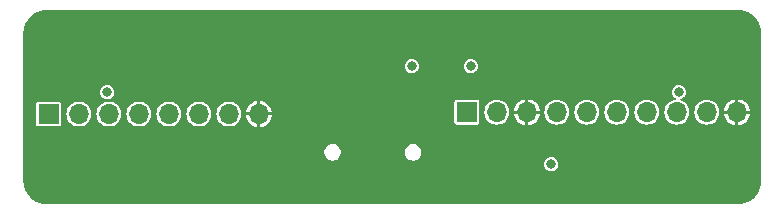
<source format=gbr>
%TF.GenerationSoftware,KiCad,Pcbnew,7.0.7*%
%TF.CreationDate,2023-12-21T12:45:23+01:00*%
%TF.ProjectId,IR range extender v0r1,49522072-616e-4676-9520-657874656e64,rev?*%
%TF.SameCoordinates,Original*%
%TF.FileFunction,Copper,L2,Inr*%
%TF.FilePolarity,Positive*%
%FSLAX46Y46*%
G04 Gerber Fmt 4.6, Leading zero omitted, Abs format (unit mm)*
G04 Created by KiCad (PCBNEW 7.0.7) date 2023-12-21 12:45:23*
%MOMM*%
%LPD*%
G01*
G04 APERTURE LIST*
%TA.AperFunction,ComponentPad*%
%ADD10R,1.700000X1.700000*%
%TD*%
%TA.AperFunction,ComponentPad*%
%ADD11O,1.700000X1.700000*%
%TD*%
%TA.AperFunction,ViaPad*%
%ADD12C,0.800000*%
%TD*%
G04 APERTURE END LIST*
D10*
%TO.N,unconnected-(J2-Pin_1-Pad1)*%
%TO.C,J2*%
X63660000Y-84350000D03*
D11*
%TO.N,A7*%
X66200000Y-84350000D03*
%TO.N,unconnected-(J2-Pin_3-Pad3)*%
X68740000Y-84350000D03*
%TO.N,unconnected-(J2-Pin_4-Pad4)*%
X71280000Y-84350000D03*
%TO.N,unconnected-(J2-Pin_5-Pad5)*%
X73820000Y-84350000D03*
%TO.N,unconnected-(J2-Pin_6-Pad6)*%
X76360000Y-84350000D03*
%TO.N,unconnected-(J2-Pin_7-Pad7)*%
X78900000Y-84350000D03*
%TO.N,GND*%
X81440000Y-84350000D03*
%TD*%
D10*
%TO.N,+3.3V*%
%TO.C,J1*%
X99060000Y-84200000D03*
D11*
%TO.N,unconnected-(J1-Pin_2-Pad2)*%
X101600000Y-84200000D03*
%TO.N,GND*%
X104140000Y-84200000D03*
%TO.N,unconnected-(J1-Pin_4-Pad4)*%
X106680000Y-84200000D03*
%TO.N,unconnected-(J1-Pin_5-Pad5)*%
X109220000Y-84200000D03*
%TO.N,unconnected-(J1-Pin_6-Pad6)*%
X111760000Y-84200000D03*
%TO.N,unconnected-(J1-Pin_7-Pad7)*%
X114300000Y-84200000D03*
%TO.N,unconnected-(J1-Pin_8-Pad8)*%
X116840000Y-84200000D03*
%TO.N,unconnected-(J1-Pin_9-Pad9)*%
X119380000Y-84200000D03*
%TO.N,GND*%
X121920000Y-84200000D03*
%TD*%
D12*
%TO.N,+3.3V*%
X68600000Y-82500000D03*
X106200000Y-88600000D03*
X117000000Y-82500000D03*
%TO.N,Net-(Q2-B)*%
X94400000Y-80300000D03*
X99400000Y-80300000D03*
%TD*%
%TA.AperFunction,Conductor*%
%TO.N,GND*%
G36*
X121986799Y-75514780D02*
G01*
X122069468Y-75520198D01*
X122253136Y-75533333D01*
X122257014Y-75533854D01*
X122375239Y-75557370D01*
X122521142Y-75589110D01*
X122524539Y-75590052D01*
X122645215Y-75631016D01*
X122778992Y-75680912D01*
X122781878Y-75682158D01*
X122898739Y-75739787D01*
X123021904Y-75807040D01*
X123024289Y-75808484D01*
X123082361Y-75847286D01*
X123133113Y-75881198D01*
X123134484Y-75882168D01*
X123245381Y-75965184D01*
X123247264Y-75966711D01*
X123346037Y-76053333D01*
X123347542Y-76054742D01*
X123445256Y-76152456D01*
X123446665Y-76153961D01*
X123533287Y-76252734D01*
X123534822Y-76254627D01*
X123617826Y-76365508D01*
X123618800Y-76366885D01*
X123691508Y-76475699D01*
X123692964Y-76478104D01*
X123760213Y-76601261D01*
X123817830Y-76718097D01*
X123819093Y-76721023D01*
X123868985Y-76854789D01*
X123909942Y-76975448D01*
X123910895Y-76978881D01*
X123942637Y-77124803D01*
X123966141Y-77242968D01*
X123966666Y-77246870D01*
X123979804Y-77430578D01*
X123983076Y-77480496D01*
X123985219Y-77513200D01*
X123985286Y-77515244D01*
X123985286Y-89984755D01*
X123985219Y-89986800D01*
X123983323Y-90015725D01*
X123979804Y-90069421D01*
X123966666Y-90253128D01*
X123966141Y-90257029D01*
X123942637Y-90375196D01*
X123910895Y-90521117D01*
X123909942Y-90524549D01*
X123868985Y-90645210D01*
X123819093Y-90778975D01*
X123817830Y-90781901D01*
X123760213Y-90898738D01*
X123692964Y-91021894D01*
X123691508Y-91024299D01*
X123618800Y-91133113D01*
X123617826Y-91134490D01*
X123534822Y-91245371D01*
X123533287Y-91247264D01*
X123446665Y-91346037D01*
X123445256Y-91347542D01*
X123347542Y-91445256D01*
X123346037Y-91446665D01*
X123247264Y-91533287D01*
X123245371Y-91534822D01*
X123134490Y-91617826D01*
X123133113Y-91618800D01*
X123024299Y-91691508D01*
X123021894Y-91692964D01*
X122898738Y-91760213D01*
X122781901Y-91817830D01*
X122778975Y-91819093D01*
X122645210Y-91868985D01*
X122524549Y-91909942D01*
X122521117Y-91910895D01*
X122375196Y-91942637D01*
X122257029Y-91966141D01*
X122253128Y-91966666D01*
X122069421Y-91979804D01*
X122018073Y-91983170D01*
X121986799Y-91985219D01*
X121984756Y-91985286D01*
X63515244Y-91985286D01*
X63513200Y-91985219D01*
X63480496Y-91983076D01*
X63430578Y-91979804D01*
X63246870Y-91966666D01*
X63242968Y-91966141D01*
X63124803Y-91942637D01*
X62978881Y-91910895D01*
X62975448Y-91909942D01*
X62854789Y-91868985D01*
X62721023Y-91819093D01*
X62718102Y-91817832D01*
X62601257Y-91760210D01*
X62478104Y-91692964D01*
X62475699Y-91691508D01*
X62366885Y-91618800D01*
X62365508Y-91617826D01*
X62254627Y-91534822D01*
X62252734Y-91533287D01*
X62153961Y-91446665D01*
X62152456Y-91445256D01*
X62054742Y-91347542D01*
X62053333Y-91346037D01*
X61966711Y-91247264D01*
X61965184Y-91245381D01*
X61882168Y-91134484D01*
X61881198Y-91133113D01*
X61856338Y-91095907D01*
X61808484Y-91024289D01*
X61807040Y-91021904D01*
X61739787Y-90898738D01*
X61682158Y-90781878D01*
X61680912Y-90778992D01*
X61631015Y-90645210D01*
X61590052Y-90524539D01*
X61589110Y-90521142D01*
X61557370Y-90375239D01*
X61533854Y-90257014D01*
X61533333Y-90253136D01*
X61520194Y-90069410D01*
X61514780Y-89986800D01*
X61514714Y-89984756D01*
X61514714Y-88600000D01*
X105594318Y-88600000D01*
X105614956Y-88756763D01*
X105614956Y-88756766D01*
X105675463Y-88902839D01*
X105675464Y-88902841D01*
X105771714Y-89028278D01*
X105771721Y-89028285D01*
X105865798Y-89100472D01*
X105897159Y-89124536D01*
X105989274Y-89162691D01*
X106043235Y-89185043D01*
X106043238Y-89185044D01*
X106200000Y-89205682D01*
X106356762Y-89185044D01*
X106356764Y-89185043D01*
X106356766Y-89185043D01*
X106421365Y-89158284D01*
X106502841Y-89124536D01*
X106628282Y-89028282D01*
X106724536Y-88902841D01*
X106758284Y-88821365D01*
X106785043Y-88756766D01*
X106785043Y-88756764D01*
X106785044Y-88756762D01*
X106805682Y-88600000D01*
X106785044Y-88443238D01*
X106785043Y-88443235D01*
X106785043Y-88443233D01*
X106724536Y-88297160D01*
X106724535Y-88297158D01*
X106628285Y-88171721D01*
X106628278Y-88171714D01*
X106502841Y-88075464D01*
X106502839Y-88075463D01*
X106356764Y-88014956D01*
X106200000Y-87994318D01*
X106043236Y-88014956D01*
X106043233Y-88014956D01*
X105897160Y-88075463D01*
X105897158Y-88075464D01*
X105771721Y-88171714D01*
X105771714Y-88171721D01*
X105675464Y-88297158D01*
X105675463Y-88297160D01*
X105614956Y-88443233D01*
X105614956Y-88443236D01*
X105594318Y-88599999D01*
X105594318Y-88600000D01*
X61514714Y-88600000D01*
X61514714Y-87684388D01*
X87005002Y-87684388D01*
X87045391Y-87848259D01*
X87045391Y-87848260D01*
X87045392Y-87848261D01*
X87123827Y-87997705D01*
X87235747Y-88124036D01*
X87374646Y-88219911D01*
X87374646Y-88219912D01*
X87471059Y-88256476D01*
X87532456Y-88279761D01*
X87657959Y-88295000D01*
X87657963Y-88295000D01*
X87742041Y-88295000D01*
X87742045Y-88295000D01*
X87867548Y-88279761D01*
X88025357Y-88219912D01*
X88164257Y-88124036D01*
X88276177Y-87997705D01*
X88354612Y-87848261D01*
X88395002Y-87684388D01*
X93804998Y-87684388D01*
X93845387Y-87848259D01*
X93845387Y-87848260D01*
X93845388Y-87848261D01*
X93923823Y-87997705D01*
X94035743Y-88124036D01*
X94174642Y-88219911D01*
X94174642Y-88219912D01*
X94271055Y-88256476D01*
X94332452Y-88279761D01*
X94457955Y-88295000D01*
X94457959Y-88295000D01*
X94542037Y-88295000D01*
X94542041Y-88295000D01*
X94667544Y-88279761D01*
X94825353Y-88219912D01*
X94964253Y-88124036D01*
X95076173Y-87997705D01*
X95154608Y-87848261D01*
X95194998Y-87684388D01*
X95194998Y-87515612D01*
X95154608Y-87351739D01*
X95076173Y-87202295D01*
X94964253Y-87075964D01*
X94825353Y-86980088D01*
X94825353Y-86980087D01*
X94667545Y-86920239D01*
X94642443Y-86917191D01*
X94542041Y-86905000D01*
X94457955Y-86905000D01*
X94374286Y-86915159D01*
X94332450Y-86920239D01*
X94174642Y-86980087D01*
X94174642Y-86980088D01*
X94035744Y-87075963D01*
X94035742Y-87075965D01*
X93923822Y-87202296D01*
X93845387Y-87351740D01*
X93804998Y-87515611D01*
X93804998Y-87684388D01*
X88395002Y-87684388D01*
X88395002Y-87515612D01*
X88354612Y-87351739D01*
X88276177Y-87202295D01*
X88164257Y-87075964D01*
X88025357Y-86980088D01*
X88025357Y-86980087D01*
X87867549Y-86920239D01*
X87842447Y-86917191D01*
X87742045Y-86905000D01*
X87657959Y-86905000D01*
X87574290Y-86915159D01*
X87532454Y-86920239D01*
X87374646Y-86980087D01*
X87374646Y-86980088D01*
X87235748Y-87075963D01*
X87235746Y-87075965D01*
X87123826Y-87202296D01*
X87045391Y-87351740D01*
X87005002Y-87515611D01*
X87005002Y-87684388D01*
X61514714Y-87684388D01*
X61514714Y-85219744D01*
X62609499Y-85219744D01*
X62613303Y-85238866D01*
X62621133Y-85278231D01*
X62665448Y-85344552D01*
X62731769Y-85388867D01*
X62790252Y-85400500D01*
X62790255Y-85400500D01*
X64529745Y-85400500D01*
X64529748Y-85400500D01*
X64588231Y-85388867D01*
X64654552Y-85344552D01*
X64698867Y-85278231D01*
X64710500Y-85219748D01*
X64710500Y-84350000D01*
X65144417Y-84350000D01*
X65164700Y-84555936D01*
X65164702Y-84555942D01*
X65224766Y-84753952D01*
X65224767Y-84753954D01*
X65322312Y-84936446D01*
X65322314Y-84936449D01*
X65322315Y-84936450D01*
X65453590Y-85096410D01*
X65613550Y-85227685D01*
X65613551Y-85227685D01*
X65613553Y-85227687D01*
X65796045Y-85325232D01*
X65796047Y-85325233D01*
X65938763Y-85368524D01*
X65994066Y-85385300D01*
X66200000Y-85405583D01*
X66405934Y-85385300D01*
X66540264Y-85344552D01*
X66603952Y-85325233D01*
X66603954Y-85325232D01*
X66734259Y-85255582D01*
X66786450Y-85227685D01*
X66946410Y-85096410D01*
X67077685Y-84936450D01*
X67175232Y-84753954D01*
X67176054Y-84751246D01*
X67221555Y-84601246D01*
X67235300Y-84555934D01*
X67255583Y-84350000D01*
X67255583Y-84349999D01*
X67684417Y-84349999D01*
X67704700Y-84555936D01*
X67704702Y-84555942D01*
X67764766Y-84753952D01*
X67764767Y-84753954D01*
X67862312Y-84936446D01*
X67862314Y-84936449D01*
X67862315Y-84936450D01*
X67993590Y-85096410D01*
X68153550Y-85227685D01*
X68153551Y-85227685D01*
X68153553Y-85227687D01*
X68336045Y-85325232D01*
X68336047Y-85325233D01*
X68478763Y-85368524D01*
X68534066Y-85385300D01*
X68740000Y-85405583D01*
X68945934Y-85385300D01*
X69080264Y-85344552D01*
X69143952Y-85325233D01*
X69143954Y-85325232D01*
X69274259Y-85255582D01*
X69326450Y-85227685D01*
X69486410Y-85096410D01*
X69617685Y-84936450D01*
X69715232Y-84753954D01*
X69716054Y-84751246D01*
X69761555Y-84601246D01*
X69775300Y-84555934D01*
X69795583Y-84350000D01*
X69795583Y-84349999D01*
X70224417Y-84349999D01*
X70244700Y-84555936D01*
X70244702Y-84555942D01*
X70304766Y-84753952D01*
X70304767Y-84753954D01*
X70402312Y-84936446D01*
X70402314Y-84936449D01*
X70402315Y-84936450D01*
X70533590Y-85096410D01*
X70693550Y-85227685D01*
X70693551Y-85227685D01*
X70693553Y-85227687D01*
X70876045Y-85325232D01*
X70876047Y-85325233D01*
X71018763Y-85368524D01*
X71074066Y-85385300D01*
X71280000Y-85405583D01*
X71485934Y-85385300D01*
X71620264Y-85344552D01*
X71683952Y-85325233D01*
X71683954Y-85325232D01*
X71814259Y-85255582D01*
X71866450Y-85227685D01*
X72026410Y-85096410D01*
X72157685Y-84936450D01*
X72255232Y-84753954D01*
X72256054Y-84751246D01*
X72301555Y-84601246D01*
X72315300Y-84555934D01*
X72335583Y-84350000D01*
X72335583Y-84349999D01*
X72764417Y-84349999D01*
X72784700Y-84555936D01*
X72784702Y-84555942D01*
X72844766Y-84753952D01*
X72844767Y-84753954D01*
X72942312Y-84936446D01*
X72942314Y-84936449D01*
X72942315Y-84936450D01*
X73073590Y-85096410D01*
X73233550Y-85227685D01*
X73233551Y-85227685D01*
X73233553Y-85227687D01*
X73416045Y-85325232D01*
X73416047Y-85325233D01*
X73558763Y-85368524D01*
X73614066Y-85385300D01*
X73820000Y-85405583D01*
X74025934Y-85385300D01*
X74160264Y-85344552D01*
X74223952Y-85325233D01*
X74223954Y-85325232D01*
X74354259Y-85255582D01*
X74406450Y-85227685D01*
X74566410Y-85096410D01*
X74697685Y-84936450D01*
X74795232Y-84753954D01*
X74796054Y-84751246D01*
X74841555Y-84601246D01*
X74855300Y-84555934D01*
X74875583Y-84350000D01*
X75304417Y-84350000D01*
X75324700Y-84555936D01*
X75324702Y-84555942D01*
X75384766Y-84753952D01*
X75384767Y-84753954D01*
X75482312Y-84936446D01*
X75482314Y-84936449D01*
X75482315Y-84936450D01*
X75613590Y-85096410D01*
X75773550Y-85227685D01*
X75773551Y-85227685D01*
X75773553Y-85227687D01*
X75956045Y-85325232D01*
X75956047Y-85325233D01*
X76098763Y-85368524D01*
X76154066Y-85385300D01*
X76360000Y-85405583D01*
X76565934Y-85385300D01*
X76700264Y-85344552D01*
X76763952Y-85325233D01*
X76763954Y-85325232D01*
X76894259Y-85255582D01*
X76946450Y-85227685D01*
X77106410Y-85096410D01*
X77237685Y-84936450D01*
X77335232Y-84753954D01*
X77336054Y-84751246D01*
X77381555Y-84601246D01*
X77395300Y-84555934D01*
X77415583Y-84350000D01*
X77415583Y-84349999D01*
X77844417Y-84349999D01*
X77864700Y-84555936D01*
X77864702Y-84555942D01*
X77924766Y-84753952D01*
X77924767Y-84753954D01*
X78022312Y-84936446D01*
X78022314Y-84936449D01*
X78022315Y-84936450D01*
X78153590Y-85096410D01*
X78313550Y-85227685D01*
X78313551Y-85227685D01*
X78313553Y-85227687D01*
X78496045Y-85325232D01*
X78496047Y-85325233D01*
X78638763Y-85368524D01*
X78694066Y-85385300D01*
X78900000Y-85405583D01*
X79105934Y-85385300D01*
X79240264Y-85344552D01*
X79303952Y-85325233D01*
X79303954Y-85325232D01*
X79434259Y-85255582D01*
X79486450Y-85227685D01*
X79646410Y-85096410D01*
X79777685Y-84936450D01*
X79875232Y-84753954D01*
X79876054Y-84751246D01*
X79921555Y-84601246D01*
X79935300Y-84555934D01*
X79942976Y-84478000D01*
X80341122Y-84478000D01*
X80348172Y-84554091D01*
X80348172Y-84554093D01*
X80404268Y-84751246D01*
X80495629Y-84934723D01*
X80495634Y-84934731D01*
X80619151Y-85098294D01*
X80619158Y-85098301D01*
X80770629Y-85236386D01*
X80770628Y-85236386D01*
X80944902Y-85344292D01*
X81136028Y-85418334D01*
X81136039Y-85418337D01*
X81311999Y-85451230D01*
X81312000Y-85451230D01*
X81312000Y-84909444D01*
X81330452Y-84864896D01*
X81375000Y-84846444D01*
X81383958Y-84847084D01*
X81404237Y-84850000D01*
X81404243Y-84850000D01*
X81475757Y-84850000D01*
X81475763Y-84850000D01*
X81496034Y-84847085D01*
X81542754Y-84859009D01*
X81567359Y-84900477D01*
X81568000Y-84909444D01*
X81568000Y-85451230D01*
X81743960Y-85418337D01*
X81743971Y-85418334D01*
X81935097Y-85344292D01*
X82109370Y-85236386D01*
X82260841Y-85098301D01*
X82260848Y-85098294D01*
X82282405Y-85069748D01*
X98009500Y-85069748D01*
X98021133Y-85128231D01*
X98065448Y-85194552D01*
X98131769Y-85238867D01*
X98190252Y-85250500D01*
X98190255Y-85250500D01*
X99929745Y-85250500D01*
X99929748Y-85250500D01*
X99988231Y-85238867D01*
X100054552Y-85194552D01*
X100098867Y-85128231D01*
X100110500Y-85069748D01*
X100110500Y-84200000D01*
X100544417Y-84200000D01*
X100564700Y-84405936D01*
X100564702Y-84405942D01*
X100624766Y-84603952D01*
X100624767Y-84603954D01*
X100722312Y-84786446D01*
X100722314Y-84786449D01*
X100722315Y-84786450D01*
X100853590Y-84946410D01*
X101013550Y-85077685D01*
X101013551Y-85077685D01*
X101013553Y-85077687D01*
X101196045Y-85175232D01*
X101196047Y-85175233D01*
X101338763Y-85218524D01*
X101394066Y-85235300D01*
X101600000Y-85255583D01*
X101805934Y-85235300D01*
X101940264Y-85194552D01*
X102003952Y-85175233D01*
X102003954Y-85175232D01*
X102091886Y-85128231D01*
X102186450Y-85077685D01*
X102346410Y-84946410D01*
X102477685Y-84786450D01*
X102575232Y-84603954D01*
X102576054Y-84601246D01*
X102613439Y-84478000D01*
X102635300Y-84405934D01*
X102642976Y-84328000D01*
X103041122Y-84328000D01*
X103048172Y-84404091D01*
X103048172Y-84404093D01*
X103104268Y-84601246D01*
X103195629Y-84784723D01*
X103195634Y-84784731D01*
X103319151Y-84948294D01*
X103319158Y-84948301D01*
X103470629Y-85086386D01*
X103470628Y-85086386D01*
X103644902Y-85194292D01*
X103836028Y-85268334D01*
X103836039Y-85268337D01*
X104011999Y-85301230D01*
X104012000Y-85301230D01*
X104012000Y-84759444D01*
X104030452Y-84714896D01*
X104075000Y-84696444D01*
X104083958Y-84697084D01*
X104104237Y-84700000D01*
X104104243Y-84700000D01*
X104175757Y-84700000D01*
X104175763Y-84700000D01*
X104196034Y-84697085D01*
X104242754Y-84709009D01*
X104267359Y-84750477D01*
X104268000Y-84759444D01*
X104268000Y-85301230D01*
X104443960Y-85268337D01*
X104443971Y-85268334D01*
X104635097Y-85194292D01*
X104809370Y-85086386D01*
X104960841Y-84948301D01*
X104960848Y-84948294D01*
X105084365Y-84784731D01*
X105084370Y-84784723D01*
X105175731Y-84601246D01*
X105231827Y-84404093D01*
X105231827Y-84404091D01*
X105238878Y-84328000D01*
X104703000Y-84328000D01*
X104658452Y-84309548D01*
X104640000Y-84265000D01*
X104640000Y-84200000D01*
X105624417Y-84200000D01*
X105644700Y-84405936D01*
X105644702Y-84405942D01*
X105704766Y-84603952D01*
X105704767Y-84603954D01*
X105802312Y-84786446D01*
X105802314Y-84786449D01*
X105802315Y-84786450D01*
X105933590Y-84946410D01*
X106093550Y-85077685D01*
X106093551Y-85077685D01*
X106093553Y-85077687D01*
X106276045Y-85175232D01*
X106276047Y-85175233D01*
X106418763Y-85218524D01*
X106474066Y-85235300D01*
X106680000Y-85255583D01*
X106885934Y-85235300D01*
X107020264Y-85194552D01*
X107083952Y-85175233D01*
X107083954Y-85175232D01*
X107171886Y-85128231D01*
X107266450Y-85077685D01*
X107426410Y-84946410D01*
X107557685Y-84786450D01*
X107655232Y-84603954D01*
X107656054Y-84601246D01*
X107693439Y-84478000D01*
X107715300Y-84405934D01*
X107735583Y-84200000D01*
X107735583Y-84199999D01*
X108164417Y-84199999D01*
X108184700Y-84405936D01*
X108184702Y-84405942D01*
X108244766Y-84603952D01*
X108244767Y-84603954D01*
X108342312Y-84786446D01*
X108342314Y-84786449D01*
X108342315Y-84786450D01*
X108473590Y-84946410D01*
X108633550Y-85077685D01*
X108633551Y-85077685D01*
X108633553Y-85077687D01*
X108816045Y-85175232D01*
X108816047Y-85175233D01*
X108958763Y-85218524D01*
X109014066Y-85235300D01*
X109220000Y-85255583D01*
X109425934Y-85235300D01*
X109560264Y-85194552D01*
X109623952Y-85175233D01*
X109623954Y-85175232D01*
X109711886Y-85128231D01*
X109806450Y-85077685D01*
X109966410Y-84946410D01*
X110097685Y-84786450D01*
X110195232Y-84603954D01*
X110196054Y-84601246D01*
X110233439Y-84478000D01*
X110255300Y-84405934D01*
X110275583Y-84200000D01*
X110275583Y-84199999D01*
X110704417Y-84199999D01*
X110724700Y-84405936D01*
X110724702Y-84405942D01*
X110784766Y-84603952D01*
X110784767Y-84603954D01*
X110882312Y-84786446D01*
X110882314Y-84786449D01*
X110882315Y-84786450D01*
X111013590Y-84946410D01*
X111173550Y-85077685D01*
X111173551Y-85077685D01*
X111173553Y-85077687D01*
X111356045Y-85175232D01*
X111356047Y-85175233D01*
X111498763Y-85218524D01*
X111554066Y-85235300D01*
X111760000Y-85255583D01*
X111965934Y-85235300D01*
X112100264Y-85194552D01*
X112163952Y-85175233D01*
X112163954Y-85175232D01*
X112251886Y-85128231D01*
X112346450Y-85077685D01*
X112506410Y-84946410D01*
X112637685Y-84786450D01*
X112735232Y-84603954D01*
X112736054Y-84601246D01*
X112773439Y-84478000D01*
X112795300Y-84405934D01*
X112815583Y-84200000D01*
X112815583Y-84199999D01*
X113244417Y-84199999D01*
X113264700Y-84405936D01*
X113264702Y-84405942D01*
X113324766Y-84603952D01*
X113324767Y-84603954D01*
X113422312Y-84786446D01*
X113422314Y-84786449D01*
X113422315Y-84786450D01*
X113553590Y-84946410D01*
X113713550Y-85077685D01*
X113713551Y-85077685D01*
X113713553Y-85077687D01*
X113896045Y-85175232D01*
X113896047Y-85175233D01*
X114038763Y-85218524D01*
X114094066Y-85235300D01*
X114300000Y-85255583D01*
X114505934Y-85235300D01*
X114640264Y-85194552D01*
X114703952Y-85175233D01*
X114703954Y-85175232D01*
X114791886Y-85128231D01*
X114886450Y-85077685D01*
X115046410Y-84946410D01*
X115177685Y-84786450D01*
X115275232Y-84603954D01*
X115276054Y-84601246D01*
X115313439Y-84478000D01*
X115335300Y-84405934D01*
X115355583Y-84200000D01*
X115355583Y-84199999D01*
X115784417Y-84199999D01*
X115804700Y-84405936D01*
X115804702Y-84405942D01*
X115864766Y-84603952D01*
X115864767Y-84603954D01*
X115962312Y-84786446D01*
X115962314Y-84786449D01*
X115962315Y-84786450D01*
X116093590Y-84946410D01*
X116253550Y-85077685D01*
X116253551Y-85077685D01*
X116253553Y-85077687D01*
X116436045Y-85175232D01*
X116436047Y-85175233D01*
X116578763Y-85218524D01*
X116634066Y-85235300D01*
X116840000Y-85255583D01*
X117045934Y-85235300D01*
X117180264Y-85194552D01*
X117243952Y-85175233D01*
X117243954Y-85175232D01*
X117331886Y-85128231D01*
X117426450Y-85077685D01*
X117586410Y-84946410D01*
X117717685Y-84786450D01*
X117815232Y-84603954D01*
X117816054Y-84601246D01*
X117853439Y-84478000D01*
X117875300Y-84405934D01*
X117895583Y-84200000D01*
X118324417Y-84200000D01*
X118344700Y-84405936D01*
X118344702Y-84405942D01*
X118404766Y-84603952D01*
X118404767Y-84603954D01*
X118502312Y-84786446D01*
X118502314Y-84786449D01*
X118502315Y-84786450D01*
X118633590Y-84946410D01*
X118793550Y-85077685D01*
X118793551Y-85077685D01*
X118793553Y-85077687D01*
X118976045Y-85175232D01*
X118976047Y-85175233D01*
X119118763Y-85218524D01*
X119174066Y-85235300D01*
X119380000Y-85255583D01*
X119585934Y-85235300D01*
X119720264Y-85194552D01*
X119783952Y-85175233D01*
X119783954Y-85175232D01*
X119871886Y-85128231D01*
X119966450Y-85077685D01*
X120126410Y-84946410D01*
X120257685Y-84786450D01*
X120355232Y-84603954D01*
X120356054Y-84601246D01*
X120393439Y-84478000D01*
X120415300Y-84405934D01*
X120422976Y-84328000D01*
X120821122Y-84328000D01*
X120828172Y-84404091D01*
X120828172Y-84404093D01*
X120884268Y-84601246D01*
X120975629Y-84784723D01*
X120975634Y-84784731D01*
X121099151Y-84948294D01*
X121099158Y-84948301D01*
X121250629Y-85086386D01*
X121250628Y-85086386D01*
X121424902Y-85194292D01*
X121616028Y-85268334D01*
X121616039Y-85268337D01*
X121791999Y-85301230D01*
X121792000Y-85301230D01*
X121792000Y-84759444D01*
X121810452Y-84714896D01*
X121855000Y-84696444D01*
X121863958Y-84697084D01*
X121884237Y-84700000D01*
X121884243Y-84700000D01*
X121955757Y-84700000D01*
X121955763Y-84700000D01*
X121976034Y-84697085D01*
X122022754Y-84709009D01*
X122047359Y-84750477D01*
X122048000Y-84759444D01*
X122048000Y-85301230D01*
X122223960Y-85268337D01*
X122223971Y-85268334D01*
X122415097Y-85194292D01*
X122589370Y-85086386D01*
X122740841Y-84948301D01*
X122740848Y-84948294D01*
X122864365Y-84784731D01*
X122864370Y-84784723D01*
X122955731Y-84601246D01*
X123011827Y-84404093D01*
X123011827Y-84404091D01*
X123018878Y-84328000D01*
X122483000Y-84328000D01*
X122438452Y-84309548D01*
X122420000Y-84265000D01*
X122420000Y-84135000D01*
X122438452Y-84090452D01*
X122483000Y-84072000D01*
X123018877Y-84072000D01*
X123018877Y-84071999D01*
X123011827Y-83995908D01*
X123011827Y-83995906D01*
X122955731Y-83798753D01*
X122864370Y-83615276D01*
X122864365Y-83615268D01*
X122740848Y-83451705D01*
X122740841Y-83451698D01*
X122589370Y-83313613D01*
X122589371Y-83313613D01*
X122415097Y-83205707D01*
X122223971Y-83131665D01*
X122223961Y-83131662D01*
X122047999Y-83098768D01*
X122048000Y-83640555D01*
X122029548Y-83685103D01*
X121985000Y-83703555D01*
X121976037Y-83702914D01*
X121955764Y-83700000D01*
X121955763Y-83700000D01*
X121884237Y-83700000D01*
X121884236Y-83700000D01*
X121863963Y-83702914D01*
X121817244Y-83690988D01*
X121792641Y-83649518D01*
X121792000Y-83640555D01*
X121792000Y-83098768D01*
X121616038Y-83131662D01*
X121616028Y-83131665D01*
X121424902Y-83205707D01*
X121250629Y-83313613D01*
X121099158Y-83451698D01*
X121099151Y-83451705D01*
X120975634Y-83615268D01*
X120975629Y-83615276D01*
X120884268Y-83798753D01*
X120828172Y-83995906D01*
X120828172Y-83995908D01*
X120821122Y-84071999D01*
X120821123Y-84072000D01*
X121357000Y-84072000D01*
X121401548Y-84090452D01*
X121420000Y-84135000D01*
X121420000Y-84265000D01*
X121401548Y-84309548D01*
X121357000Y-84328000D01*
X120821122Y-84328000D01*
X120422976Y-84328000D01*
X120435583Y-84200000D01*
X120415300Y-83994066D01*
X120394364Y-83925048D01*
X120355233Y-83796047D01*
X120355232Y-83796045D01*
X120257687Y-83613553D01*
X120247958Y-83601698D01*
X120126410Y-83453590D01*
X119966450Y-83322315D01*
X119966449Y-83322314D01*
X119966446Y-83322312D01*
X119783954Y-83224767D01*
X119783952Y-83224766D01*
X119585942Y-83164702D01*
X119585936Y-83164700D01*
X119431608Y-83149500D01*
X119380000Y-83144417D01*
X119379999Y-83144417D01*
X119174063Y-83164700D01*
X119174057Y-83164702D01*
X118976047Y-83224766D01*
X118976045Y-83224767D01*
X118793553Y-83322312D01*
X118633590Y-83453590D01*
X118502312Y-83613553D01*
X118404767Y-83796045D01*
X118404766Y-83796047D01*
X118344702Y-83994057D01*
X118344700Y-83994063D01*
X118324417Y-84200000D01*
X117895583Y-84200000D01*
X117875300Y-83994066D01*
X117854364Y-83925048D01*
X117815233Y-83796047D01*
X117815232Y-83796045D01*
X117717687Y-83613553D01*
X117707958Y-83601698D01*
X117586410Y-83453590D01*
X117426450Y-83322315D01*
X117426449Y-83322314D01*
X117426446Y-83322312D01*
X117243954Y-83224767D01*
X117243952Y-83224766D01*
X117167393Y-83201543D01*
X117130120Y-83170954D01*
X117125394Y-83122968D01*
X117155983Y-83085695D01*
X117161572Y-83083052D01*
X117228264Y-83055426D01*
X117302841Y-83024536D01*
X117428282Y-82928282D01*
X117524536Y-82802841D01*
X117558284Y-82721365D01*
X117585043Y-82656766D01*
X117585043Y-82656764D01*
X117585044Y-82656762D01*
X117605682Y-82500000D01*
X117585044Y-82343238D01*
X117585043Y-82343235D01*
X117585043Y-82343233D01*
X117524536Y-82197160D01*
X117524535Y-82197158D01*
X117428285Y-82071721D01*
X117428278Y-82071714D01*
X117302841Y-81975464D01*
X117302839Y-81975463D01*
X117156764Y-81914956D01*
X117000000Y-81894318D01*
X116843236Y-81914956D01*
X116843233Y-81914956D01*
X116697160Y-81975463D01*
X116697158Y-81975464D01*
X116571721Y-82071714D01*
X116571714Y-82071721D01*
X116475464Y-82197158D01*
X116475463Y-82197160D01*
X116414956Y-82343233D01*
X116414956Y-82343236D01*
X116394318Y-82499999D01*
X116394318Y-82500000D01*
X116414956Y-82656763D01*
X116414956Y-82656766D01*
X116475463Y-82802839D01*
X116475464Y-82802841D01*
X116571714Y-82928278D01*
X116571721Y-82928285D01*
X116697155Y-83024533D01*
X116697159Y-83024536D01*
X116726056Y-83036505D01*
X116760150Y-83070599D01*
X116760151Y-83118818D01*
X116726056Y-83152913D01*
X116708121Y-83157406D01*
X116634066Y-83164700D01*
X116634063Y-83164700D01*
X116634062Y-83164701D01*
X116634057Y-83164702D01*
X116436047Y-83224766D01*
X116436045Y-83224767D01*
X116253553Y-83322312D01*
X116093590Y-83453590D01*
X115962312Y-83613553D01*
X115864767Y-83796045D01*
X115864766Y-83796047D01*
X115804702Y-83994057D01*
X115804700Y-83994063D01*
X115784417Y-84199999D01*
X115355583Y-84199999D01*
X115335300Y-83994066D01*
X115314364Y-83925048D01*
X115275233Y-83796047D01*
X115275232Y-83796045D01*
X115177687Y-83613553D01*
X115167958Y-83601698D01*
X115046410Y-83453590D01*
X114886450Y-83322315D01*
X114886449Y-83322314D01*
X114886446Y-83322312D01*
X114703954Y-83224767D01*
X114703952Y-83224766D01*
X114505942Y-83164702D01*
X114505936Y-83164700D01*
X114300000Y-83144417D01*
X114094063Y-83164700D01*
X114094057Y-83164702D01*
X113896047Y-83224766D01*
X113896045Y-83224767D01*
X113713553Y-83322312D01*
X113553590Y-83453590D01*
X113422312Y-83613553D01*
X113324767Y-83796045D01*
X113324766Y-83796047D01*
X113264702Y-83994057D01*
X113264700Y-83994063D01*
X113244417Y-84199999D01*
X112815583Y-84199999D01*
X112795300Y-83994066D01*
X112774364Y-83925048D01*
X112735233Y-83796047D01*
X112735232Y-83796045D01*
X112637687Y-83613553D01*
X112627958Y-83601698D01*
X112506410Y-83453590D01*
X112346450Y-83322315D01*
X112346449Y-83322314D01*
X112346446Y-83322312D01*
X112163954Y-83224767D01*
X112163952Y-83224766D01*
X111965942Y-83164702D01*
X111965936Y-83164700D01*
X111760000Y-83144417D01*
X111554063Y-83164700D01*
X111554057Y-83164702D01*
X111356047Y-83224766D01*
X111356045Y-83224767D01*
X111173553Y-83322312D01*
X111013590Y-83453590D01*
X110882312Y-83613553D01*
X110784767Y-83796045D01*
X110784766Y-83796047D01*
X110724702Y-83994057D01*
X110724700Y-83994063D01*
X110704417Y-84199999D01*
X110275583Y-84199999D01*
X110255300Y-83994066D01*
X110234364Y-83925048D01*
X110195233Y-83796047D01*
X110195232Y-83796045D01*
X110097687Y-83613553D01*
X110087958Y-83601698D01*
X109966410Y-83453590D01*
X109806450Y-83322315D01*
X109806449Y-83322314D01*
X109806446Y-83322312D01*
X109623954Y-83224767D01*
X109623952Y-83224766D01*
X109425942Y-83164702D01*
X109425936Y-83164700D01*
X109271608Y-83149500D01*
X109220000Y-83144417D01*
X109219999Y-83144417D01*
X109014063Y-83164700D01*
X109014057Y-83164702D01*
X108816047Y-83224766D01*
X108816045Y-83224767D01*
X108633553Y-83322312D01*
X108473590Y-83453590D01*
X108342312Y-83613553D01*
X108244767Y-83796045D01*
X108244766Y-83796047D01*
X108184702Y-83994057D01*
X108184700Y-83994063D01*
X108164417Y-84199999D01*
X107735583Y-84199999D01*
X107715300Y-83994066D01*
X107694364Y-83925048D01*
X107655233Y-83796047D01*
X107655232Y-83796045D01*
X107557687Y-83613553D01*
X107547958Y-83601698D01*
X107426410Y-83453590D01*
X107266450Y-83322315D01*
X107266449Y-83322314D01*
X107266446Y-83322312D01*
X107083954Y-83224767D01*
X107083952Y-83224766D01*
X106885942Y-83164702D01*
X106885936Y-83164700D01*
X106680000Y-83144417D01*
X106474063Y-83164700D01*
X106474057Y-83164702D01*
X106276047Y-83224766D01*
X106276045Y-83224767D01*
X106093553Y-83322312D01*
X105933590Y-83453590D01*
X105802312Y-83613553D01*
X105704767Y-83796045D01*
X105704766Y-83796047D01*
X105644702Y-83994057D01*
X105644700Y-83994063D01*
X105624417Y-84200000D01*
X104640000Y-84200000D01*
X104640000Y-84135000D01*
X104658452Y-84090452D01*
X104703000Y-84072000D01*
X105238877Y-84072000D01*
X105238877Y-84071999D01*
X105231827Y-83995908D01*
X105231827Y-83995906D01*
X105175731Y-83798753D01*
X105084370Y-83615276D01*
X105084365Y-83615268D01*
X104960848Y-83451705D01*
X104960841Y-83451698D01*
X104809370Y-83313613D01*
X104809371Y-83313613D01*
X104635097Y-83205707D01*
X104443971Y-83131665D01*
X104443961Y-83131662D01*
X104268000Y-83098768D01*
X104268000Y-83640555D01*
X104249548Y-83685103D01*
X104205000Y-83703555D01*
X104196037Y-83702914D01*
X104175764Y-83700000D01*
X104175763Y-83700000D01*
X104104237Y-83700000D01*
X104104236Y-83700000D01*
X104083963Y-83702914D01*
X104037244Y-83690988D01*
X104012641Y-83649518D01*
X104012000Y-83640555D01*
X104012000Y-83098768D01*
X103836038Y-83131662D01*
X103836028Y-83131665D01*
X103644902Y-83205707D01*
X103470629Y-83313613D01*
X103319158Y-83451698D01*
X103319151Y-83451705D01*
X103195634Y-83615268D01*
X103195629Y-83615276D01*
X103104268Y-83798753D01*
X103048172Y-83995906D01*
X103048172Y-83995908D01*
X103041122Y-84071999D01*
X103041123Y-84072000D01*
X103577000Y-84072000D01*
X103621548Y-84090452D01*
X103640000Y-84135000D01*
X103640000Y-84265000D01*
X103621548Y-84309548D01*
X103577000Y-84328000D01*
X103041122Y-84328000D01*
X102642976Y-84328000D01*
X102655583Y-84200000D01*
X102635300Y-83994066D01*
X102614364Y-83925048D01*
X102575233Y-83796047D01*
X102575232Y-83796045D01*
X102477687Y-83613553D01*
X102467958Y-83601698D01*
X102346410Y-83453590D01*
X102186450Y-83322315D01*
X102186449Y-83322314D01*
X102186446Y-83322312D01*
X102003954Y-83224767D01*
X102003952Y-83224766D01*
X101805942Y-83164702D01*
X101805936Y-83164700D01*
X101600000Y-83144417D01*
X101394063Y-83164700D01*
X101394057Y-83164702D01*
X101196047Y-83224766D01*
X101196045Y-83224767D01*
X101013553Y-83322312D01*
X100853590Y-83453590D01*
X100722312Y-83613553D01*
X100624767Y-83796045D01*
X100624766Y-83796047D01*
X100564702Y-83994057D01*
X100564700Y-83994063D01*
X100544417Y-84200000D01*
X100110500Y-84200000D01*
X100110500Y-83330252D01*
X100098867Y-83271769D01*
X100054552Y-83205448D01*
X99988231Y-83161133D01*
X99929748Y-83149500D01*
X98190252Y-83149500D01*
X98150506Y-83157406D01*
X98131768Y-83161133D01*
X98065449Y-83205447D01*
X98065447Y-83205449D01*
X98021133Y-83271768D01*
X98018224Y-83286389D01*
X98009500Y-83330252D01*
X98009500Y-85069748D01*
X82282405Y-85069748D01*
X82384365Y-84934731D01*
X82384370Y-84934723D01*
X82475731Y-84751246D01*
X82531827Y-84554093D01*
X82531827Y-84554091D01*
X82538878Y-84478000D01*
X82003000Y-84478000D01*
X81958452Y-84459548D01*
X81940000Y-84415000D01*
X81940000Y-84285000D01*
X81958452Y-84240452D01*
X82003000Y-84222000D01*
X82538877Y-84222000D01*
X82538877Y-84221999D01*
X82531827Y-84145908D01*
X82531827Y-84145906D01*
X82475731Y-83948753D01*
X82384370Y-83765276D01*
X82384365Y-83765268D01*
X82260848Y-83601705D01*
X82260841Y-83601698D01*
X82109370Y-83463613D01*
X82109371Y-83463613D01*
X81935097Y-83355707D01*
X81743971Y-83281665D01*
X81743961Y-83281662D01*
X81568000Y-83248768D01*
X81568000Y-83790555D01*
X81549548Y-83835103D01*
X81505000Y-83853555D01*
X81496037Y-83852914D01*
X81475764Y-83850000D01*
X81475763Y-83850000D01*
X81404237Y-83850000D01*
X81404236Y-83850000D01*
X81383963Y-83852914D01*
X81337244Y-83840988D01*
X81312641Y-83799518D01*
X81312000Y-83790555D01*
X81312000Y-83248768D01*
X81136038Y-83281662D01*
X81136028Y-83281665D01*
X80944902Y-83355707D01*
X80770629Y-83463613D01*
X80619158Y-83601698D01*
X80619151Y-83601705D01*
X80495634Y-83765268D01*
X80495629Y-83765276D01*
X80404268Y-83948753D01*
X80348172Y-84145906D01*
X80348172Y-84145908D01*
X80341122Y-84221999D01*
X80341123Y-84222000D01*
X80877000Y-84222000D01*
X80921548Y-84240452D01*
X80940000Y-84285000D01*
X80940000Y-84415000D01*
X80921548Y-84459548D01*
X80877000Y-84478000D01*
X80341122Y-84478000D01*
X79942976Y-84478000D01*
X79955583Y-84350000D01*
X79935300Y-84144066D01*
X79913439Y-84071999D01*
X79875233Y-83946047D01*
X79875232Y-83946045D01*
X79777687Y-83763553D01*
X79777685Y-83763550D01*
X79646410Y-83603590D01*
X79486450Y-83472315D01*
X79486449Y-83472314D01*
X79486446Y-83472312D01*
X79303954Y-83374767D01*
X79303952Y-83374766D01*
X79105942Y-83314702D01*
X79105936Y-83314700D01*
X78951608Y-83299500D01*
X78900000Y-83294417D01*
X78899999Y-83294417D01*
X78694063Y-83314700D01*
X78694057Y-83314702D01*
X78496047Y-83374766D01*
X78496045Y-83374767D01*
X78313553Y-83472312D01*
X78153590Y-83603590D01*
X78022312Y-83763553D01*
X77924767Y-83946045D01*
X77924766Y-83946047D01*
X77864702Y-84144057D01*
X77864700Y-84144063D01*
X77844417Y-84349999D01*
X77415583Y-84349999D01*
X77395300Y-84144066D01*
X77373439Y-84071999D01*
X77335233Y-83946047D01*
X77335232Y-83946045D01*
X77237687Y-83763553D01*
X77237685Y-83763550D01*
X77106410Y-83603590D01*
X76946450Y-83472315D01*
X76946449Y-83472314D01*
X76946446Y-83472312D01*
X76763954Y-83374767D01*
X76763952Y-83374766D01*
X76565942Y-83314702D01*
X76565936Y-83314700D01*
X76360000Y-83294417D01*
X76154063Y-83314700D01*
X76154057Y-83314702D01*
X75956047Y-83374766D01*
X75956045Y-83374767D01*
X75773553Y-83472312D01*
X75613590Y-83603590D01*
X75482312Y-83763553D01*
X75384767Y-83946045D01*
X75384766Y-83946047D01*
X75324702Y-84144057D01*
X75324700Y-84144063D01*
X75304417Y-84350000D01*
X74875583Y-84350000D01*
X74855300Y-84144066D01*
X74833439Y-84071999D01*
X74795233Y-83946047D01*
X74795232Y-83946045D01*
X74697687Y-83763553D01*
X74697685Y-83763550D01*
X74566410Y-83603590D01*
X74406450Y-83472315D01*
X74406449Y-83472314D01*
X74406446Y-83472312D01*
X74223954Y-83374767D01*
X74223952Y-83374766D01*
X74025942Y-83314702D01*
X74025936Y-83314700D01*
X73820000Y-83294417D01*
X73614063Y-83314700D01*
X73614057Y-83314702D01*
X73416047Y-83374766D01*
X73416045Y-83374767D01*
X73233553Y-83472312D01*
X73073590Y-83603590D01*
X72942312Y-83763553D01*
X72844767Y-83946045D01*
X72844766Y-83946047D01*
X72784702Y-84144057D01*
X72784700Y-84144063D01*
X72764417Y-84349999D01*
X72335583Y-84349999D01*
X72315300Y-84144066D01*
X72293439Y-84071999D01*
X72255233Y-83946047D01*
X72255232Y-83946045D01*
X72157687Y-83763553D01*
X72157685Y-83763550D01*
X72026410Y-83603590D01*
X71866450Y-83472315D01*
X71866449Y-83472314D01*
X71866446Y-83472312D01*
X71683954Y-83374767D01*
X71683952Y-83374766D01*
X71485942Y-83314702D01*
X71485936Y-83314700D01*
X71280000Y-83294417D01*
X71074063Y-83314700D01*
X71074057Y-83314702D01*
X70876047Y-83374766D01*
X70876045Y-83374767D01*
X70693553Y-83472312D01*
X70533590Y-83603590D01*
X70402312Y-83763553D01*
X70304767Y-83946045D01*
X70304766Y-83946047D01*
X70244702Y-84144057D01*
X70244700Y-84144063D01*
X70224417Y-84349999D01*
X69795583Y-84349999D01*
X69775300Y-84144066D01*
X69753439Y-84071999D01*
X69715233Y-83946047D01*
X69715232Y-83946045D01*
X69617687Y-83763553D01*
X69617685Y-83763550D01*
X69486410Y-83603590D01*
X69326450Y-83472315D01*
X69326449Y-83472314D01*
X69326446Y-83472312D01*
X69143954Y-83374767D01*
X69143952Y-83374766D01*
X68945942Y-83314702D01*
X68945936Y-83314700D01*
X68791608Y-83299500D01*
X68740000Y-83294417D01*
X68739999Y-83294417D01*
X68534063Y-83314700D01*
X68534057Y-83314702D01*
X68336047Y-83374766D01*
X68336045Y-83374767D01*
X68153553Y-83472312D01*
X67993590Y-83603590D01*
X67862312Y-83763553D01*
X67764767Y-83946045D01*
X67764766Y-83946047D01*
X67704702Y-84144057D01*
X67704700Y-84144063D01*
X67684417Y-84349999D01*
X67255583Y-84349999D01*
X67235300Y-84144066D01*
X67213439Y-84071999D01*
X67175233Y-83946047D01*
X67175232Y-83946045D01*
X67077687Y-83763553D01*
X67077685Y-83763550D01*
X66946410Y-83603590D01*
X66786450Y-83472315D01*
X66786449Y-83472314D01*
X66786446Y-83472312D01*
X66603954Y-83374767D01*
X66603952Y-83374766D01*
X66405942Y-83314702D01*
X66405936Y-83314700D01*
X66200000Y-83294417D01*
X65994063Y-83314700D01*
X65994057Y-83314702D01*
X65796047Y-83374766D01*
X65796045Y-83374767D01*
X65613553Y-83472312D01*
X65453590Y-83603590D01*
X65322312Y-83763553D01*
X65224767Y-83946045D01*
X65224766Y-83946047D01*
X65164702Y-84144057D01*
X65164700Y-84144063D01*
X65144417Y-84350000D01*
X64710500Y-84350000D01*
X64710500Y-83480252D01*
X64698867Y-83421769D01*
X64654552Y-83355448D01*
X64588231Y-83311133D01*
X64529748Y-83299500D01*
X62790252Y-83299500D01*
X62746389Y-83308224D01*
X62731768Y-83311133D01*
X62665449Y-83355447D01*
X62665447Y-83355449D01*
X62621133Y-83421768D01*
X62609499Y-83480255D01*
X62609499Y-85219744D01*
X61514714Y-85219744D01*
X61514714Y-82500000D01*
X67994318Y-82500000D01*
X68014956Y-82656763D01*
X68014956Y-82656766D01*
X68075463Y-82802839D01*
X68075464Y-82802841D01*
X68171714Y-82928278D01*
X68171721Y-82928285D01*
X68265798Y-83000472D01*
X68297159Y-83024536D01*
X68389274Y-83062691D01*
X68443235Y-83085043D01*
X68443238Y-83085044D01*
X68571984Y-83101993D01*
X68599999Y-83105682D01*
X68599999Y-83105681D01*
X68600000Y-83105682D01*
X68756762Y-83085044D01*
X68756764Y-83085043D01*
X68756766Y-83085043D01*
X68821365Y-83058284D01*
X68902841Y-83024536D01*
X69028282Y-82928282D01*
X69124536Y-82802841D01*
X69158284Y-82721365D01*
X69185043Y-82656766D01*
X69185043Y-82656764D01*
X69185044Y-82656762D01*
X69205682Y-82500000D01*
X69185044Y-82343238D01*
X69185043Y-82343235D01*
X69185043Y-82343233D01*
X69124536Y-82197160D01*
X69124535Y-82197158D01*
X69028285Y-82071721D01*
X69028278Y-82071714D01*
X68902841Y-81975464D01*
X68902839Y-81975463D01*
X68756764Y-81914956D01*
X68600000Y-81894318D01*
X68443236Y-81914956D01*
X68443233Y-81914956D01*
X68297160Y-81975463D01*
X68297158Y-81975464D01*
X68171721Y-82071714D01*
X68171714Y-82071721D01*
X68075464Y-82197158D01*
X68075463Y-82197160D01*
X68014956Y-82343233D01*
X68014956Y-82343236D01*
X67994318Y-82499999D01*
X67994318Y-82500000D01*
X61514714Y-82500000D01*
X61514714Y-80300000D01*
X93794318Y-80300000D01*
X93814956Y-80456763D01*
X93814956Y-80456766D01*
X93875463Y-80602839D01*
X93875464Y-80602841D01*
X93971714Y-80728278D01*
X93971721Y-80728285D01*
X94065798Y-80800472D01*
X94097159Y-80824536D01*
X94189274Y-80862691D01*
X94243235Y-80885043D01*
X94243238Y-80885044D01*
X94400000Y-80905682D01*
X94556762Y-80885044D01*
X94556764Y-80885043D01*
X94556766Y-80885043D01*
X94621365Y-80858284D01*
X94702841Y-80824536D01*
X94828282Y-80728282D01*
X94924536Y-80602841D01*
X94958284Y-80521365D01*
X94985043Y-80456766D01*
X94985043Y-80456764D01*
X94985044Y-80456762D01*
X95005682Y-80300000D01*
X98794318Y-80300000D01*
X98814956Y-80456763D01*
X98814956Y-80456766D01*
X98875463Y-80602839D01*
X98875464Y-80602841D01*
X98971714Y-80728278D01*
X98971721Y-80728285D01*
X99065798Y-80800472D01*
X99097159Y-80824536D01*
X99189274Y-80862691D01*
X99243235Y-80885043D01*
X99243238Y-80885044D01*
X99400000Y-80905682D01*
X99556762Y-80885044D01*
X99556764Y-80885043D01*
X99556766Y-80885043D01*
X99621365Y-80858284D01*
X99702841Y-80824536D01*
X99828282Y-80728282D01*
X99924536Y-80602841D01*
X99958284Y-80521365D01*
X99985043Y-80456766D01*
X99985043Y-80456764D01*
X99985044Y-80456762D01*
X100005682Y-80300000D01*
X99985044Y-80143238D01*
X99985043Y-80143235D01*
X99985043Y-80143233D01*
X99924536Y-79997160D01*
X99924535Y-79997158D01*
X99828285Y-79871721D01*
X99828278Y-79871714D01*
X99702841Y-79775464D01*
X99702839Y-79775463D01*
X99556764Y-79714956D01*
X99400000Y-79694318D01*
X99243236Y-79714956D01*
X99243233Y-79714956D01*
X99097160Y-79775463D01*
X99097158Y-79775464D01*
X98971721Y-79871714D01*
X98971714Y-79871721D01*
X98875464Y-79997158D01*
X98875463Y-79997160D01*
X98814956Y-80143233D01*
X98814956Y-80143236D01*
X98794318Y-80299999D01*
X98794318Y-80300000D01*
X95005682Y-80300000D01*
X94985044Y-80143238D01*
X94985043Y-80143235D01*
X94985043Y-80143233D01*
X94924536Y-79997160D01*
X94924535Y-79997158D01*
X94828285Y-79871721D01*
X94828278Y-79871714D01*
X94702841Y-79775464D01*
X94702839Y-79775463D01*
X94556764Y-79714956D01*
X94400000Y-79694318D01*
X94243236Y-79714956D01*
X94243233Y-79714956D01*
X94097160Y-79775463D01*
X94097158Y-79775464D01*
X93971721Y-79871714D01*
X93971714Y-79871721D01*
X93875464Y-79997158D01*
X93875463Y-79997160D01*
X93814956Y-80143233D01*
X93814956Y-80143236D01*
X93794318Y-80299999D01*
X93794318Y-80300000D01*
X61514714Y-80300000D01*
X61514714Y-77515243D01*
X61514780Y-77513200D01*
X61520196Y-77430555D01*
X61533333Y-77246859D01*
X61533854Y-77242989D01*
X61557364Y-77124791D01*
X61589112Y-76978848D01*
X61590049Y-76975469D01*
X61631023Y-76854765D01*
X61680918Y-76720992D01*
X61682151Y-76718135D01*
X61739793Y-76601248D01*
X61807045Y-76478085D01*
X61808471Y-76475729D01*
X61881217Y-76366858D01*
X61882142Y-76365549D01*
X61965204Y-76254592D01*
X61966684Y-76252766D01*
X62053357Y-76153934D01*
X62054712Y-76152487D01*
X62152487Y-76054712D01*
X62153934Y-76053357D01*
X62252766Y-75966684D01*
X62254592Y-75965204D01*
X62365549Y-75882142D01*
X62366858Y-75881217D01*
X62475729Y-75808471D01*
X62478085Y-75807045D01*
X62601248Y-75739793D01*
X62718135Y-75682151D01*
X62720992Y-75680918D01*
X62854765Y-75631023D01*
X62975469Y-75590049D01*
X62978848Y-75589112D01*
X63124770Y-75557368D01*
X63242989Y-75533854D01*
X63246859Y-75533333D01*
X63430484Y-75520201D01*
X63513200Y-75514780D01*
X63515243Y-75514714D01*
X121984757Y-75514714D01*
X121986799Y-75514780D01*
G37*
%TD.AperFunction*%
%TD*%
M02*

</source>
